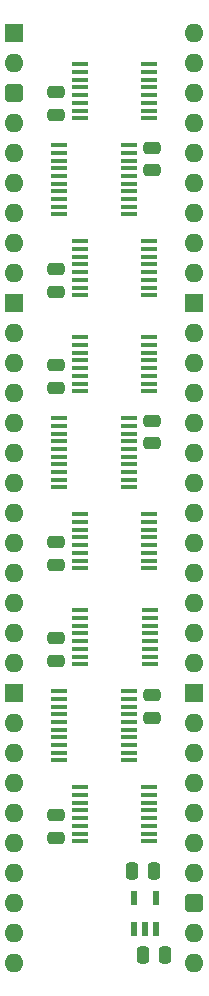
<source format=gts>
%TF.GenerationSoftware,KiCad,Pcbnew,7.0.5*%
%TF.CreationDate,2024-02-27T19:27:57+02:00*%
%TF.ProjectId,Video Address Counter,56696465-6f20-4416-9464-726573732043,rev?*%
%TF.SameCoordinates,PX4756f08PY2e063a0*%
%TF.FileFunction,Soldermask,Top*%
%TF.FilePolarity,Negative*%
%FSLAX46Y46*%
G04 Gerber Fmt 4.6, Leading zero omitted, Abs format (unit mm)*
G04 Created by KiCad (PCBNEW 7.0.5) date 2024-02-27 19:27:57*
%MOMM*%
%LPD*%
G01*
G04 APERTURE LIST*
G04 Aperture macros list*
%AMRoundRect*
0 Rectangle with rounded corners*
0 $1 Rounding radius*
0 $2 $3 $4 $5 $6 $7 $8 $9 X,Y pos of 4 corners*
0 Add a 4 corners polygon primitive as box body*
4,1,4,$2,$3,$4,$5,$6,$7,$8,$9,$2,$3,0*
0 Add four circle primitives for the rounded corners*
1,1,$1+$1,$2,$3*
1,1,$1+$1,$4,$5*
1,1,$1+$1,$6,$7*
1,1,$1+$1,$8,$9*
0 Add four rect primitives between the rounded corners*
20,1,$1+$1,$2,$3,$4,$5,0*
20,1,$1+$1,$4,$5,$6,$7,0*
20,1,$1+$1,$6,$7,$8,$9,0*
20,1,$1+$1,$8,$9,$2,$3,0*%
G04 Aperture macros list end*
%ADD10R,1.600000X1.600000*%
%ADD11O,1.600000X1.600000*%
%ADD12RoundRect,0.400000X-0.400000X-0.400000X0.400000X-0.400000X0.400000X0.400000X-0.400000X0.400000X0*%
%ADD13RoundRect,0.250000X0.250000X0.475000X-0.250000X0.475000X-0.250000X-0.475000X0.250000X-0.475000X0*%
%ADD14RoundRect,0.250000X-0.475000X0.250000X-0.475000X-0.250000X0.475000X-0.250000X0.475000X0.250000X0*%
%ADD15R,1.450000X0.450000*%
%ADD16R,0.600000X1.150000*%
%ADD17R,1.475000X0.450000*%
G04 APERTURE END LIST*
D10*
%TO.C,J1*%
X0Y0D03*
D11*
X0Y-2540000D03*
D12*
X0Y-5080000D03*
D11*
X0Y-7620000D03*
X0Y-10160000D03*
X0Y-12700000D03*
X0Y-15240000D03*
X0Y-17780000D03*
X0Y-20320000D03*
D10*
X0Y-22860000D03*
D11*
X0Y-25400000D03*
X0Y-27940000D03*
X0Y-30480000D03*
X0Y-33020000D03*
X0Y-35560000D03*
X0Y-38100000D03*
X0Y-40640000D03*
X0Y-43180000D03*
X0Y-45720000D03*
X0Y-48260000D03*
X0Y-50800000D03*
X0Y-53340000D03*
D10*
X0Y-55880000D03*
D11*
X0Y-58420000D03*
X0Y-60960000D03*
X0Y-63500000D03*
X0Y-66040000D03*
X0Y-68580000D03*
X0Y-71120000D03*
X0Y-73660000D03*
X0Y-76200000D03*
X0Y-78740000D03*
X15240000Y-78740000D03*
X15240000Y-76200000D03*
D12*
X15240000Y-73660000D03*
D11*
X15240000Y-71120000D03*
X15240000Y-68580000D03*
X15240000Y-66040000D03*
X15240000Y-63500000D03*
X15240000Y-60960000D03*
X15240000Y-58420000D03*
D10*
X15240000Y-55880000D03*
D11*
X15240000Y-53340000D03*
X15240000Y-50800000D03*
X15240000Y-48260000D03*
X15240000Y-45720000D03*
X15240000Y-43180000D03*
X15240000Y-40640000D03*
X15240000Y-38100000D03*
X15240000Y-35560000D03*
X15240000Y-33020000D03*
X15240000Y-30480000D03*
X15240000Y-27940000D03*
X15240000Y-25400000D03*
D10*
X15240000Y-22860000D03*
D11*
X15240000Y-20320000D03*
X15240000Y-17780000D03*
X15240000Y-15240000D03*
X15240000Y-12700000D03*
X15240000Y-10160000D03*
X15240000Y-7620000D03*
X15240000Y-5080000D03*
X15240000Y-2540000D03*
X15240000Y0D03*
%TD*%
D13*
%TO.C,C10*%
X12745000Y-78105000D03*
X10845000Y-78105000D03*
%TD*%
D14*
%TO.C,C6*%
X11684000Y-9734000D03*
X11684000Y-11634000D03*
%TD*%
D15*
%TO.C,IC7*%
X5580000Y-25792000D03*
X5580000Y-26442000D03*
X5580000Y-27092000D03*
X5580000Y-27742000D03*
X5580000Y-28392000D03*
X5580000Y-29042000D03*
X5580000Y-29692000D03*
X5580000Y-30342000D03*
X11430000Y-30342000D03*
X11430000Y-29692000D03*
X11430000Y-29042000D03*
X11430000Y-28392000D03*
X11430000Y-27742000D03*
X11430000Y-27092000D03*
X11430000Y-26442000D03*
X11430000Y-25792000D03*
%TD*%
D16*
%TO.C,IC1*%
X10099000Y-75879000D03*
X11049000Y-75879000D03*
X11999000Y-75879000D03*
X11999000Y-73279000D03*
X10099000Y-73279000D03*
%TD*%
D17*
%TO.C,IC5*%
X3793000Y-32635000D03*
X3793000Y-33285000D03*
X3793000Y-33935000D03*
X3793000Y-34585000D03*
X3793000Y-35235000D03*
X3793000Y-35885000D03*
X3793000Y-36535000D03*
X3793000Y-37185000D03*
X3793000Y-37835000D03*
X3793000Y-38485000D03*
X9669000Y-38485000D03*
X9669000Y-37835000D03*
X9669000Y-37185000D03*
X9669000Y-36535000D03*
X9669000Y-35885000D03*
X9669000Y-35235000D03*
X9669000Y-34585000D03*
X9669000Y-33935000D03*
X9669000Y-33285000D03*
X9669000Y-32635000D03*
%TD*%
%TO.C,IC8*%
X3793000Y-9521000D03*
X3793000Y-10171000D03*
X3793000Y-10821000D03*
X3793000Y-11471000D03*
X3793000Y-12121000D03*
X3793000Y-12771000D03*
X3793000Y-13421000D03*
X3793000Y-14071000D03*
X3793000Y-14721000D03*
X3793000Y-15371000D03*
X9669000Y-15371000D03*
X9669000Y-14721000D03*
X9669000Y-14071000D03*
X9669000Y-13421000D03*
X9669000Y-12771000D03*
X9669000Y-12121000D03*
X9669000Y-11471000D03*
X9669000Y-10821000D03*
X9669000Y-10171000D03*
X9669000Y-9521000D03*
%TD*%
D14*
%TO.C,C1*%
X3552000Y-20021000D03*
X3552000Y-21921000D03*
%TD*%
%TO.C,C2*%
X3552000Y-43135000D03*
X3552000Y-45035000D03*
%TD*%
D17*
%TO.C,IC2*%
X3797000Y-55749000D03*
X3797000Y-56399000D03*
X3797000Y-57049000D03*
X3797000Y-57699000D03*
X3797000Y-58349000D03*
X3797000Y-58999000D03*
X3797000Y-59649000D03*
X3797000Y-60299000D03*
X3797000Y-60949000D03*
X3797000Y-61599000D03*
X9673000Y-61599000D03*
X9673000Y-60949000D03*
X9673000Y-60299000D03*
X9673000Y-59649000D03*
X9673000Y-58999000D03*
X9673000Y-58349000D03*
X9673000Y-57699000D03*
X9673000Y-57049000D03*
X9673000Y-56399000D03*
X9673000Y-55749000D03*
%TD*%
D14*
%TO.C,C7*%
X3552000Y-28149000D03*
X3552000Y-30049000D03*
%TD*%
D15*
%TO.C,IC6*%
X5584000Y-40778000D03*
X5584000Y-41428000D03*
X5584000Y-42078000D03*
X5584000Y-42728000D03*
X5584000Y-43378000D03*
X5584000Y-44028000D03*
X5584000Y-44678000D03*
X5584000Y-45328000D03*
X11434000Y-45328000D03*
X11434000Y-44678000D03*
X11434000Y-44028000D03*
X11434000Y-43378000D03*
X11434000Y-42728000D03*
X11434000Y-42078000D03*
X11434000Y-41428000D03*
X11434000Y-40778000D03*
%TD*%
%TO.C,IC9*%
X5584000Y-17664000D03*
X5584000Y-18314000D03*
X5584000Y-18964000D03*
X5584000Y-19614000D03*
X5584000Y-20264000D03*
X5584000Y-20914000D03*
X5584000Y-21564000D03*
X5584000Y-22214000D03*
X11434000Y-22214000D03*
X11434000Y-21564000D03*
X11434000Y-20914000D03*
X11434000Y-20264000D03*
X11434000Y-19614000D03*
X11434000Y-18964000D03*
X11434000Y-18314000D03*
X11434000Y-17664000D03*
%TD*%
D14*
%TO.C,C12*%
X3552000Y-5035000D03*
X3552000Y-6935000D03*
%TD*%
D15*
%TO.C,IC4*%
X5588000Y-48906000D03*
X5588000Y-49556000D03*
X5588000Y-50206000D03*
X5588000Y-50856000D03*
X5588000Y-51506000D03*
X5588000Y-52156000D03*
X5588000Y-52806000D03*
X5588000Y-53456000D03*
X11438000Y-53456000D03*
X11438000Y-52806000D03*
X11438000Y-52156000D03*
X11438000Y-51506000D03*
X11438000Y-50856000D03*
X11438000Y-50206000D03*
X11438000Y-49556000D03*
X11438000Y-48906000D03*
%TD*%
D14*
%TO.C,C8*%
X11684000Y-32848000D03*
X11684000Y-34748000D03*
%TD*%
D15*
%TO.C,IC3*%
X5584000Y-63892000D03*
X5584000Y-64542000D03*
X5584000Y-65192000D03*
X5584000Y-65842000D03*
X5584000Y-66492000D03*
X5584000Y-67142000D03*
X5584000Y-67792000D03*
X5584000Y-68442000D03*
X11434000Y-68442000D03*
X11434000Y-67792000D03*
X11434000Y-67142000D03*
X11434000Y-66492000D03*
X11434000Y-65842000D03*
X11434000Y-65192000D03*
X11434000Y-64542000D03*
X11434000Y-63892000D03*
%TD*%
%TO.C,IC10*%
X5580000Y-2678000D03*
X5580000Y-3328000D03*
X5580000Y-3978000D03*
X5580000Y-4628000D03*
X5580000Y-5278000D03*
X5580000Y-5928000D03*
X5580000Y-6578000D03*
X5580000Y-7228000D03*
X11430000Y-7228000D03*
X11430000Y-6578000D03*
X11430000Y-5928000D03*
X11430000Y-5278000D03*
X11430000Y-4628000D03*
X11430000Y-3978000D03*
X11430000Y-3328000D03*
X11430000Y-2678000D03*
%TD*%
D13*
%TO.C,C11*%
X11856000Y-70993000D03*
X9956000Y-70993000D03*
%TD*%
D14*
%TO.C,C14*%
X3556000Y-51263000D03*
X3556000Y-53163000D03*
%TD*%
%TO.C,C13*%
X11688000Y-56089000D03*
X11688000Y-57989000D03*
%TD*%
%TO.C,C9*%
X3556000Y-66249000D03*
X3556000Y-68149000D03*
%TD*%
M02*

</source>
